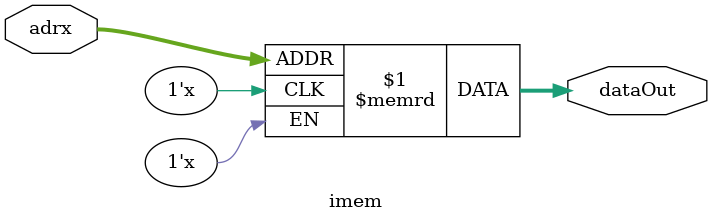
<source format=v>
module imem (dataOut, adrx);
	output [31:0] dataOut;
	input [6:0] adrx;
	
	reg [31:0] mem [0:127];
	
	assign dataOut = mem[adrx];

endmodule

</source>
